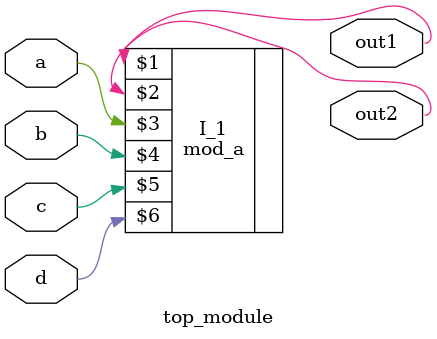
<source format=v>
/*
Problem Statement: This problem is similar to the previous one (module). You are given a module named mod_a that has 2 outputs and 4 inputs, in that order. 
                   You must connect the 6 ports by position to your top-level module's ports out1, out2, a, b, c, and d, in that order.

                        You are given the following module:

                        module mod_a ( output, output, input, input, input, input );
*/

//Solution:

module top_module ( 
    input a, 
    input b, 
    input c,
    input d,
    output out1,
    output out2
);
    mod_a I_1(out1,out2,a,b,c,d);

endmodule

</source>
